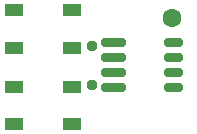
<source format=gbr>
%TF.GenerationSoftware,KiCad,Pcbnew,(5.1.6)-1*%
%TF.CreationDate,2020-07-03T21:52:39-04:00*%
%TF.ProjectId,SRF Pendant Daughterboards,53524620-5065-46e6-9461-6e7420446175,rev?*%
%TF.SameCoordinates,Original*%
%TF.FileFunction,Soldermask,Top*%
%TF.FilePolarity,Negative*%
%FSLAX46Y46*%
G04 Gerber Fmt 4.6, Leading zero omitted, Abs format (unit mm)*
G04 Created by KiCad (PCBNEW (5.1.6)-1) date 2020-07-03 21:52:39*
%MOMM*%
%LPD*%
G01*
G04 APERTURE LIST*
%ADD10C,0.950000*%
%ADD11C,1.600000*%
%ADD12R,1.600000X1.100000*%
G04 APERTURE END LIST*
D10*
%TO.C,REF\u002A\u002A*%
X151700000Y-100000000D03*
%TD*%
%TO.C,REF\u002A\u002A*%
X151700000Y-96700000D03*
%TD*%
D11*
%TO.C,REF\u002A\u002A*%
X158500000Y-94300000D03*
%TD*%
%TO.C,U2*%
G36*
G01*
X157837500Y-96582500D02*
X157837500Y-96207500D01*
G75*
G02*
X158025000Y-96020000I187500J0D01*
G01*
X159250000Y-96020000D01*
G75*
G02*
X159437500Y-96207500I0J-187500D01*
G01*
X159437500Y-96582500D01*
G75*
G02*
X159250000Y-96770000I-187500J0D01*
G01*
X158025000Y-96770000D01*
G75*
G02*
X157837500Y-96582500I0J187500D01*
G01*
G37*
G36*
G01*
X157837500Y-97852500D02*
X157837500Y-97477500D01*
G75*
G02*
X158025000Y-97290000I187500J0D01*
G01*
X159250000Y-97290000D01*
G75*
G02*
X159437500Y-97477500I0J-187500D01*
G01*
X159437500Y-97852500D01*
G75*
G02*
X159250000Y-98040000I-187500J0D01*
G01*
X158025000Y-98040000D01*
G75*
G02*
X157837500Y-97852500I0J187500D01*
G01*
G37*
G36*
G01*
X157837500Y-99122500D02*
X157837500Y-98747500D01*
G75*
G02*
X158025000Y-98560000I187500J0D01*
G01*
X159250000Y-98560000D01*
G75*
G02*
X159437500Y-98747500I0J-187500D01*
G01*
X159437500Y-99122500D01*
G75*
G02*
X159250000Y-99310000I-187500J0D01*
G01*
X158025000Y-99310000D01*
G75*
G02*
X157837500Y-99122500I0J187500D01*
G01*
G37*
G36*
G01*
X157837500Y-100392500D02*
X157837500Y-100017500D01*
G75*
G02*
X158025000Y-99830000I187500J0D01*
G01*
X159250000Y-99830000D01*
G75*
G02*
X159437500Y-100017500I0J-187500D01*
G01*
X159437500Y-100392500D01*
G75*
G02*
X159250000Y-100580000I-187500J0D01*
G01*
X158025000Y-100580000D01*
G75*
G02*
X157837500Y-100392500I0J187500D01*
G01*
G37*
G36*
G01*
X152525000Y-100392500D02*
X152525000Y-100017500D01*
G75*
G02*
X152712500Y-99830000I187500J0D01*
G01*
X154412500Y-99830000D01*
G75*
G02*
X154600000Y-100017500I0J-187500D01*
G01*
X154600000Y-100392500D01*
G75*
G02*
X154412500Y-100580000I-187500J0D01*
G01*
X152712500Y-100580000D01*
G75*
G02*
X152525000Y-100392500I0J187500D01*
G01*
G37*
G36*
G01*
X152525000Y-99122500D02*
X152525000Y-98747500D01*
G75*
G02*
X152712500Y-98560000I187500J0D01*
G01*
X154412500Y-98560000D01*
G75*
G02*
X154600000Y-98747500I0J-187500D01*
G01*
X154600000Y-99122500D01*
G75*
G02*
X154412500Y-99310000I-187500J0D01*
G01*
X152712500Y-99310000D01*
G75*
G02*
X152525000Y-99122500I0J187500D01*
G01*
G37*
G36*
G01*
X152525000Y-97852500D02*
X152525000Y-97477500D01*
G75*
G02*
X152712500Y-97290000I187500J0D01*
G01*
X154412500Y-97290000D01*
G75*
G02*
X154600000Y-97477500I0J-187500D01*
G01*
X154600000Y-97852500D01*
G75*
G02*
X154412500Y-98040000I-187500J0D01*
G01*
X152712500Y-98040000D01*
G75*
G02*
X152525000Y-97852500I0J187500D01*
G01*
G37*
G36*
G01*
X152525000Y-96582500D02*
X152525000Y-96207500D01*
G75*
G02*
X152712500Y-96020000I187500J0D01*
G01*
X154412500Y-96020000D01*
G75*
G02*
X154600000Y-96207500I0J-187500D01*
G01*
X154600000Y-96582500D01*
G75*
G02*
X154412500Y-96770000I-187500J0D01*
G01*
X152712500Y-96770000D01*
G75*
G02*
X152525000Y-96582500I0J187500D01*
G01*
G37*
%TD*%
D12*
%TO.C,D3*%
X150050000Y-103300000D03*
X150050000Y-100100000D03*
X145150000Y-103300000D03*
X145150000Y-100100000D03*
%TD*%
%TO.C,D3*%
X145150000Y-93600000D03*
X145150000Y-96800000D03*
X150050000Y-93600000D03*
X150050000Y-96800000D03*
%TD*%
M02*

</source>
